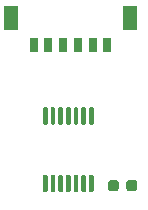
<source format=gtp>
%TF.GenerationSoftware,KiCad,Pcbnew,(5.1.10)-1*%
%TF.CreationDate,2021-11-25T14:23:59+01:00*%
%TF.ProjectId,CLIP_HOSTBOARD,434c4950-5f48-44f5-9354-424f4152442e,rev?*%
%TF.SameCoordinates,Original*%
%TF.FileFunction,Paste,Top*%
%TF.FilePolarity,Positive*%
%FSLAX46Y46*%
G04 Gerber Fmt 4.6, Leading zero omitted, Abs format (unit mm)*
G04 Created by KiCad (PCBNEW (5.1.10)-1) date 2021-11-25 14:23:59*
%MOMM*%
%LPD*%
G01*
G04 APERTURE LIST*
%ADD10R,0.800000X1.200000*%
%ADD11R,1.300000X2.150000*%
G04 APERTURE END LIST*
D10*
%TO.C,J1*%
X139762700Y-84635140D03*
X141012700Y-84635140D03*
X142262700Y-84635140D03*
X143512700Y-84635140D03*
X144762700Y-84635140D03*
X146012700Y-84635140D03*
D11*
X137862700Y-82340140D03*
X147912700Y-82340140D03*
%TD*%
%TO.C,U1*%
G36*
G01*
X144542120Y-89927880D02*
X144742120Y-89927880D01*
G75*
G02*
X144842120Y-90027880I0J-100000D01*
G01*
X144842120Y-91302880D01*
G75*
G02*
X144742120Y-91402880I-100000J0D01*
G01*
X144542120Y-91402880D01*
G75*
G02*
X144442120Y-91302880I0J100000D01*
G01*
X144442120Y-90027880D01*
G75*
G02*
X144542120Y-89927880I100000J0D01*
G01*
G37*
G36*
G01*
X143892120Y-89927880D02*
X144092120Y-89927880D01*
G75*
G02*
X144192120Y-90027880I0J-100000D01*
G01*
X144192120Y-91302880D01*
G75*
G02*
X144092120Y-91402880I-100000J0D01*
G01*
X143892120Y-91402880D01*
G75*
G02*
X143792120Y-91302880I0J100000D01*
G01*
X143792120Y-90027880D01*
G75*
G02*
X143892120Y-89927880I100000J0D01*
G01*
G37*
G36*
G01*
X143242120Y-89927880D02*
X143442120Y-89927880D01*
G75*
G02*
X143542120Y-90027880I0J-100000D01*
G01*
X143542120Y-91302880D01*
G75*
G02*
X143442120Y-91402880I-100000J0D01*
G01*
X143242120Y-91402880D01*
G75*
G02*
X143142120Y-91302880I0J100000D01*
G01*
X143142120Y-90027880D01*
G75*
G02*
X143242120Y-89927880I100000J0D01*
G01*
G37*
G36*
G01*
X142592120Y-89927880D02*
X142792120Y-89927880D01*
G75*
G02*
X142892120Y-90027880I0J-100000D01*
G01*
X142892120Y-91302880D01*
G75*
G02*
X142792120Y-91402880I-100000J0D01*
G01*
X142592120Y-91402880D01*
G75*
G02*
X142492120Y-91302880I0J100000D01*
G01*
X142492120Y-90027880D01*
G75*
G02*
X142592120Y-89927880I100000J0D01*
G01*
G37*
G36*
G01*
X141942120Y-89927880D02*
X142142120Y-89927880D01*
G75*
G02*
X142242120Y-90027880I0J-100000D01*
G01*
X142242120Y-91302880D01*
G75*
G02*
X142142120Y-91402880I-100000J0D01*
G01*
X141942120Y-91402880D01*
G75*
G02*
X141842120Y-91302880I0J100000D01*
G01*
X141842120Y-90027880D01*
G75*
G02*
X141942120Y-89927880I100000J0D01*
G01*
G37*
G36*
G01*
X141292120Y-89927880D02*
X141492120Y-89927880D01*
G75*
G02*
X141592120Y-90027880I0J-100000D01*
G01*
X141592120Y-91302880D01*
G75*
G02*
X141492120Y-91402880I-100000J0D01*
G01*
X141292120Y-91402880D01*
G75*
G02*
X141192120Y-91302880I0J100000D01*
G01*
X141192120Y-90027880D01*
G75*
G02*
X141292120Y-89927880I100000J0D01*
G01*
G37*
G36*
G01*
X140642120Y-89927880D02*
X140842120Y-89927880D01*
G75*
G02*
X140942120Y-90027880I0J-100000D01*
G01*
X140942120Y-91302880D01*
G75*
G02*
X140842120Y-91402880I-100000J0D01*
G01*
X140642120Y-91402880D01*
G75*
G02*
X140542120Y-91302880I0J100000D01*
G01*
X140542120Y-90027880D01*
G75*
G02*
X140642120Y-89927880I100000J0D01*
G01*
G37*
G36*
G01*
X140642120Y-95652880D02*
X140842120Y-95652880D01*
G75*
G02*
X140942120Y-95752880I0J-100000D01*
G01*
X140942120Y-97027880D01*
G75*
G02*
X140842120Y-97127880I-100000J0D01*
G01*
X140642120Y-97127880D01*
G75*
G02*
X140542120Y-97027880I0J100000D01*
G01*
X140542120Y-95752880D01*
G75*
G02*
X140642120Y-95652880I100000J0D01*
G01*
G37*
G36*
G01*
X141292120Y-95652880D02*
X141492120Y-95652880D01*
G75*
G02*
X141592120Y-95752880I0J-100000D01*
G01*
X141592120Y-97027880D01*
G75*
G02*
X141492120Y-97127880I-100000J0D01*
G01*
X141292120Y-97127880D01*
G75*
G02*
X141192120Y-97027880I0J100000D01*
G01*
X141192120Y-95752880D01*
G75*
G02*
X141292120Y-95652880I100000J0D01*
G01*
G37*
G36*
G01*
X141942120Y-95652880D02*
X142142120Y-95652880D01*
G75*
G02*
X142242120Y-95752880I0J-100000D01*
G01*
X142242120Y-97027880D01*
G75*
G02*
X142142120Y-97127880I-100000J0D01*
G01*
X141942120Y-97127880D01*
G75*
G02*
X141842120Y-97027880I0J100000D01*
G01*
X141842120Y-95752880D01*
G75*
G02*
X141942120Y-95652880I100000J0D01*
G01*
G37*
G36*
G01*
X142592120Y-95652880D02*
X142792120Y-95652880D01*
G75*
G02*
X142892120Y-95752880I0J-100000D01*
G01*
X142892120Y-97027880D01*
G75*
G02*
X142792120Y-97127880I-100000J0D01*
G01*
X142592120Y-97127880D01*
G75*
G02*
X142492120Y-97027880I0J100000D01*
G01*
X142492120Y-95752880D01*
G75*
G02*
X142592120Y-95652880I100000J0D01*
G01*
G37*
G36*
G01*
X143242120Y-95652880D02*
X143442120Y-95652880D01*
G75*
G02*
X143542120Y-95752880I0J-100000D01*
G01*
X143542120Y-97027880D01*
G75*
G02*
X143442120Y-97127880I-100000J0D01*
G01*
X143242120Y-97127880D01*
G75*
G02*
X143142120Y-97027880I0J100000D01*
G01*
X143142120Y-95752880D01*
G75*
G02*
X143242120Y-95652880I100000J0D01*
G01*
G37*
G36*
G01*
X143892120Y-95652880D02*
X144092120Y-95652880D01*
G75*
G02*
X144192120Y-95752880I0J-100000D01*
G01*
X144192120Y-97027880D01*
G75*
G02*
X144092120Y-97127880I-100000J0D01*
G01*
X143892120Y-97127880D01*
G75*
G02*
X143792120Y-97027880I0J100000D01*
G01*
X143792120Y-95752880D01*
G75*
G02*
X143892120Y-95652880I100000J0D01*
G01*
G37*
G36*
G01*
X144542120Y-95652880D02*
X144742120Y-95652880D01*
G75*
G02*
X144842120Y-95752880I0J-100000D01*
G01*
X144842120Y-97027880D01*
G75*
G02*
X144742120Y-97127880I-100000J0D01*
G01*
X144542120Y-97127880D01*
G75*
G02*
X144442120Y-97027880I0J100000D01*
G01*
X144442120Y-95752880D01*
G75*
G02*
X144542120Y-95652880I100000J0D01*
G01*
G37*
%TD*%
%TO.C,C1*%
G36*
G01*
X148514820Y-96310640D02*
X148514820Y-96810640D01*
G75*
G02*
X148289820Y-97035640I-225000J0D01*
G01*
X147839820Y-97035640D01*
G75*
G02*
X147614820Y-96810640I0J225000D01*
G01*
X147614820Y-96310640D01*
G75*
G02*
X147839820Y-96085640I225000J0D01*
G01*
X148289820Y-96085640D01*
G75*
G02*
X148514820Y-96310640I0J-225000D01*
G01*
G37*
G36*
G01*
X146964820Y-96310640D02*
X146964820Y-96810640D01*
G75*
G02*
X146739820Y-97035640I-225000J0D01*
G01*
X146289820Y-97035640D01*
G75*
G02*
X146064820Y-96810640I0J225000D01*
G01*
X146064820Y-96310640D01*
G75*
G02*
X146289820Y-96085640I225000J0D01*
G01*
X146739820Y-96085640D01*
G75*
G02*
X146964820Y-96310640I0J-225000D01*
G01*
G37*
%TD*%
M02*

</source>
